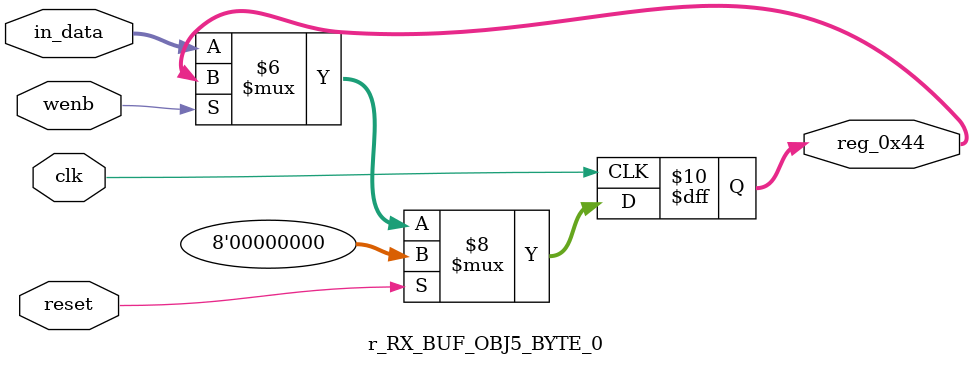
<source format=v>
module r_RX_BUF_OBJ5_BYTE_0(output reg [7:0] reg_0x44, input wire reset, input wire wenb, input wire [7:0] in_data, input wire clk);
	always@(posedge clk)
	begin
		if(reset==0) begin
			if(wenb==0)
				reg_0x44<=in_data;
			else
				reg_0x44<=reg_0x44;
		end
		else
			reg_0x44<=8'h00;
	end
endmodule
</source>
